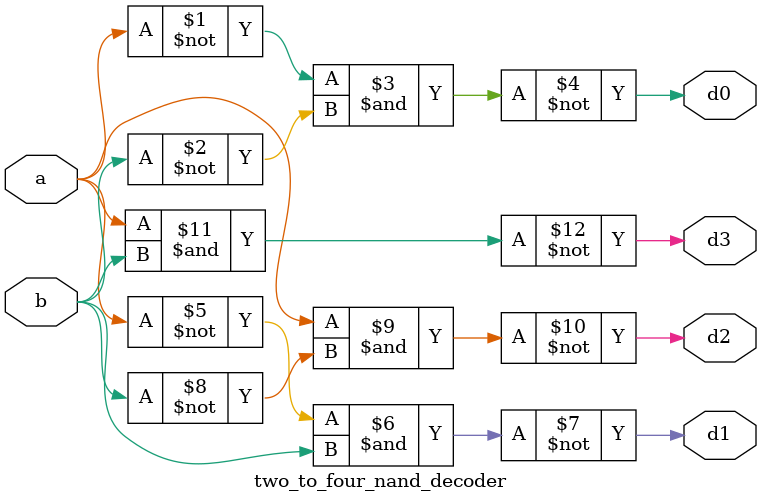
<source format=v>
`timescale 1ns / 1ps

module two_to_four_nand_decoder(a,b,d0,d1,d2,d3);
    input a,b;
    output d0, d1, d2, d3;
    
    assign d0 = ~(~a & ~b);
    assign d1 = ~(~a & b);
    assign d2 = ~(a & ~b);
    assign d3 = ~(a & b);
endmodule 


</source>
